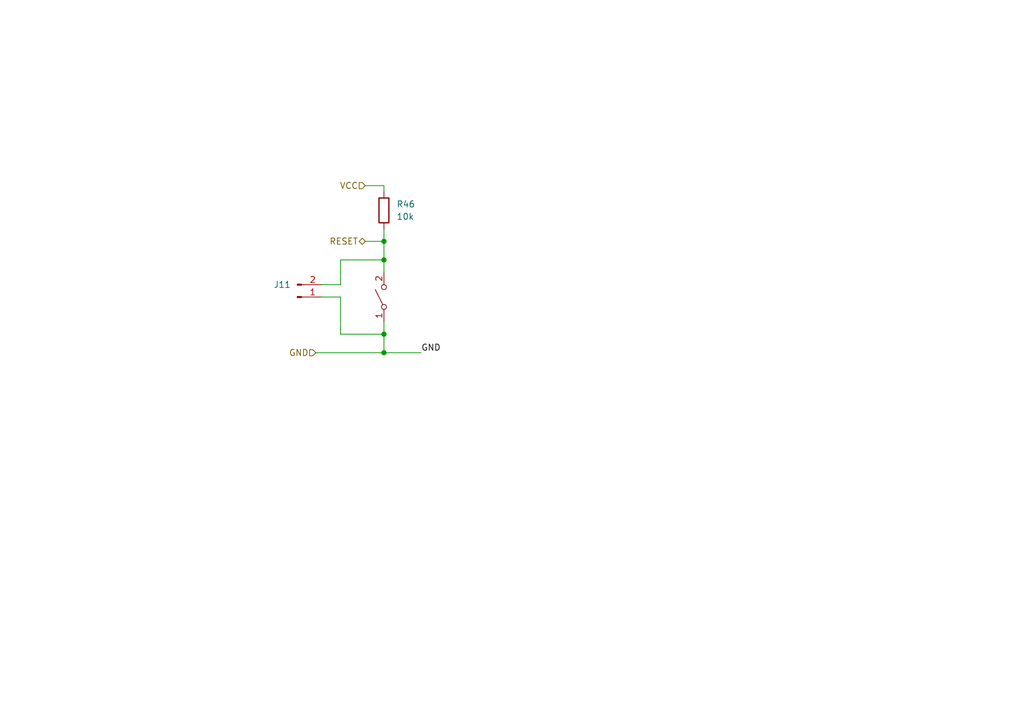
<source format=kicad_sch>
(kicad_sch (version 20231120) (generator "eeschema") (generator_version "8.0")
  (paper "A5")
  (title_block (title "REset") (date "2024-04-17") (rev "1.0"))
  (lib_symbols
    (symbol "Connector:Conn_01x02_Pin" (pin_names (offset 1.016) hide)
      (property "Reference" "J" (at 0 2.54 0))
      (property "Value" "Conn_01x02_Pin" (at 0 -5.08 0))
      (symbol "Conn_01x02_Pin_1_1"
        (polyline (pts (xy 1.27 -2.54) (xy 0.8636 -2.54)) (stroke (width 0.1524)))
        (polyline (pts (xy 1.27 0) (xy 0.8636 0)) (stroke (width 0.1524)))
        (rectangle (start 0.8636 -2.413) (end 0 -2.667) (stroke (width 0.1524)) (fill (type outline)))
        (rectangle (start 0.8636 0.127) (end 0 -0.127) (stroke (width 0.1524)) (fill (type outline)))
        (pin passive line (at 5.08 0 180) (length 3.81) (name "Pin_1") (number "1"))
        (pin passive line (at 5.08 -2.54 180) (length 3.81) (name "Pin_2") (number "2"))
      )
    )
    (symbol "Device:R" (pin_numbers hide) (pin_names (offset 0))
      (property "Reference" "R" (at 2.032 0 90))
      (property "Value" "R" (at 0 0 90))
      (symbol "R_0_1"
        (rectangle (start -1.016 -2.54) (end 1.016 2.54) (stroke (width 0.254)))
      )
      (symbol "R_1_1"
        (pin passive line (at 0 3.81 270) (length 1.27) (name "~") (number "1"))
        (pin passive line (at 0 -3.81 90) (length 1.27) (name "~") (number "2"))
      )
    )
    (symbol "Switch:SW_DPST_x2" (pin_names (offset 0) hide)
      (property "Reference" "SW" (at 0 3.175 0))
      (property "Value" "SW_DPST_x2" (at 0 -2.54 0))
      (symbol "SW_DPST_x2_0_0"
        (circle (center -2.032 0) (radius 0.508))
        (polyline (pts (xy -1.524 0.254) (xy 1.524 1.778)))
        (circle (center 2.032 0) (radius 0.508))
      )
      (symbol "SW_DPST_x2_1_1"
        (pin passive line (at -5.08 0 0) (length 2.54) (name "A") (number "1"))
        (pin passive line (at 5.08 0 180) (length 2.54) (name "B") (number "2"))
      )
      (symbol "SW_DPST_x2_2_1"
        (pin passive line (at -5.08 0 0) (length 2.54) (name "A") (number "3"))
        (pin passive line (at 5.08 0 180) (length 2.54) (name "B") (number "4"))
      )
    )
  )
  (junction (at 78.74 72.39))
  (junction (at 78.74 53.34))
  (junction (at 78.74 49.53))
  (junction (at 78.74 68.58))
  (wire (pts (xy 69.85 68.58) (xy 78.74 68.58)))
  (wire (pts (xy 66.04 60.96) (xy 69.85 60.96)))
  (wire (pts (xy 69.85 60.96) (xy 69.85 68.58)))
  (wire (pts (xy 69.85 58.42) (xy 69.85 53.34)))
  (wire (pts (xy 78.74 39.37) (xy 78.74 38.1)))
  (wire (pts (xy 78.74 46.99) (xy 78.74 49.53)))
  (wire (pts (xy 78.74 66.04) (xy 78.74 68.58)))
  (wire (pts (xy 69.85 53.34) (xy 78.74 53.34)))
  (wire (pts (xy 78.74 72.39) (xy 86.36 72.39)))
  (wire (pts (xy 64.77 72.39) (xy 78.74 72.39)))
  (wire (pts (xy 78.74 49.53) (xy 74.93 49.53)))
  (wire (pts (xy 74.93 38.1) (xy 78.74 38.1)))
  (wire (pts (xy 78.74 53.34) (xy 78.74 55.88)))
  (wire (pts (xy 66.04 58.42) (xy 69.85 58.42)))
  (wire (pts (xy 78.74 49.53) (xy 78.74 53.34)))
  (wire (pts (xy 78.74 68.58) (xy 78.74 72.39)))
  (label "GND" (at 86.36 72.39 0))
  (hierarchical_label "GND" (shape input) (at 64.77 72.39 180))
  (hierarchical_label "RESET" (shape bidirectional) (at 74.93 49.53 180))
  (hierarchical_label "VCC" (shape input) (at 74.93 38.1 180))
  (symbol (lib_id "Switch:SW_DPST_x2") (at 78.74 60.96 90) (unit 1)
    (property "Reference" "SW4" (effects (hide yes)))
    (property "Value" "PB_SMD_12V_50MA_6MM_6MM" (effects (hide yes)))
    (property "Footprint" "Button_Switch_SMD:SW_Push_1P1T_NO_CK_KSC7xxJ" (effects (hide yes)))
    (property "Description" "Single Pole Single Throw (SPST) switch, separate symbol" (effects (hide yes)))
  )
  (symbol (lib_id "Connector:Conn_01x02_Pin") (at 60.96 60.96 0) (mirror x) (unit 1)
    (property "Reference" "J11" (at 59.69 58.4199 0) (effects (justify right)))
    (property "Value" "KF128-2.54_2P" (effects (hide yes)))
    (property "Footprint" "TerminalBlock_Phoenix:TerminalBlock_Phoenix_MPT-0,5-2-2.54_1x02_P2.54mm_Horizontal" (effects (hide yes)))
  )
  (symbol (lib_id "Device:R") (at 78.74 43.18 0) (unit 1)
    (property "Reference" "R46" (at 81.28 41.91 0) (effects (justify left)))
    (property "Value" "10k" (at 81.28 44.45 0) (effects (justify left)))
    (property "Footprint" "Resistor_SMD:R_0603_1608Metric" (effects (hide yes)))
  )
)
</source>
